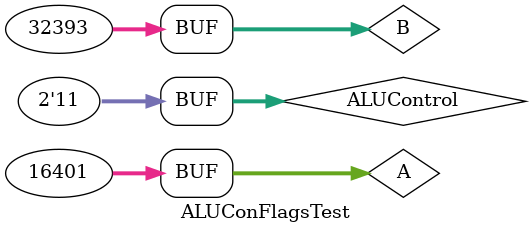
<source format=sv>
module ALUConFlagsTest();

	logic [31:0] A, B;
	logic [1:0] ALUControl;
	logic [31:0] out;
	logic [3:0] ALUFlags;
					

	
	// instantiate device to be tested
	ALUConFlags ALUConFlagsForTest(A, B,ALUControl,out,
			  ALUFlags);
	
	
	initial begin 		
		
		
		#10; 
		A = 32'b00000001; 
		B = 32'b10000001;
		ALUControl	= 2'b00;
		#10; 
		A = 32'b00010001; 
		B = 32'b10001001;
		ALUControl	= 2'b01;
		#10; 
		A = 32'b10010001; 
		B = 32'b11101001;
		ALUControl	= 2'b10;
		#10; 
		A = 32'b100000000010001; 
		B = 32'b111111010001001;
		ALUControl	= 2'b11;
		
		
	end
			  
	
	
endmodule
</source>
